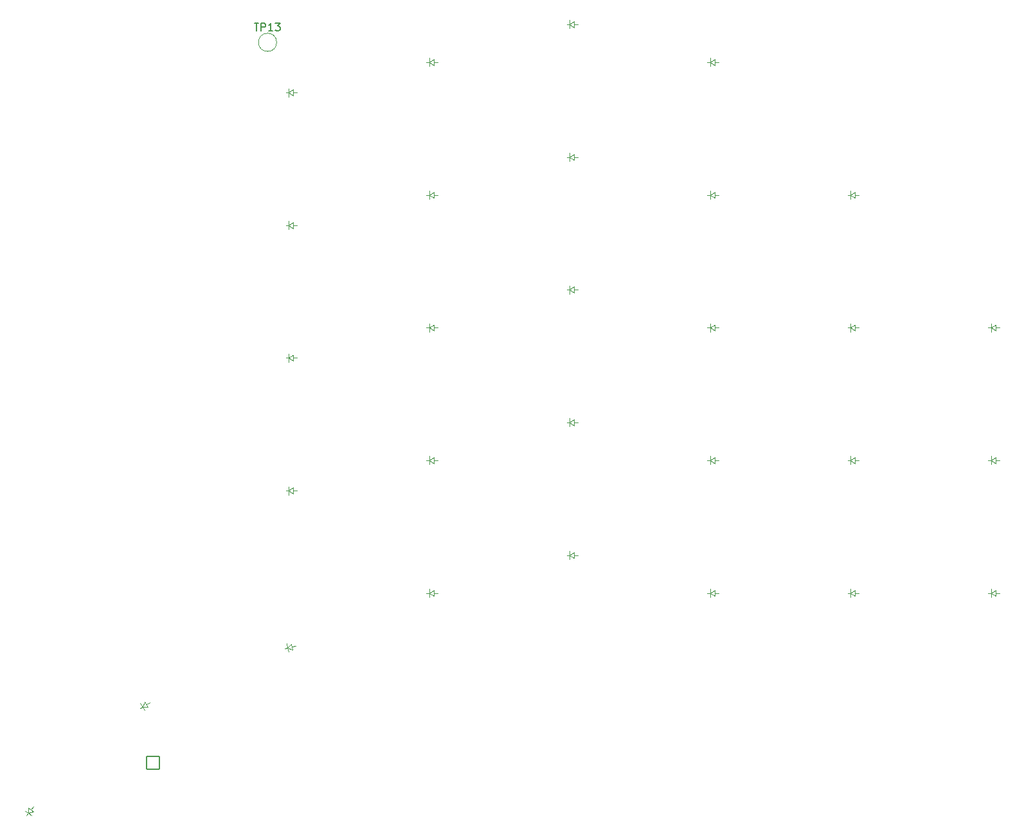
<source format=gbr>
%TF.GenerationSoftware,KiCad,Pcbnew,7.0.1*%
%TF.CreationDate,2023-03-18T23:25:57+01:00*%
%TF.ProjectId,grapto-v3w-right,67726170-746f-42d7-9633-772d72696768,v1.0.0*%
%TF.SameCoordinates,Original*%
%TF.FileFunction,Legend,Top*%
%TF.FilePolarity,Positive*%
%FSLAX46Y46*%
G04 Gerber Fmt 4.6, Leading zero omitted, Abs format (unit mm)*
G04 Created by KiCad (PCBNEW 7.0.1) date 2023-03-18 23:25:57*
%MOMM*%
%LPD*%
G01*
G04 APERTURE LIST*
G04 Aperture macros list*
%AMRoundRect*
0 Rectangle with rounded corners*
0 $1 Rounding radius*
0 $2 $3 $4 $5 $6 $7 $8 $9 X,Y pos of 4 corners*
0 Add a 4 corners polygon primitive as box body*
4,1,4,$2,$3,$4,$5,$6,$7,$8,$9,$2,$3,0*
0 Add four circle primitives for the rounded corners*
1,1,$1+$1,$2,$3*
1,1,$1+$1,$4,$5*
1,1,$1+$1,$6,$7*
1,1,$1+$1,$8,$9*
0 Add four rect primitives between the rounded corners*
20,1,$1+$1,$2,$3,$4,$5,0*
20,1,$1+$1,$4,$5,$6,$7,0*
20,1,$1+$1,$6,$7,$8,$9,0*
20,1,$1+$1,$8,$9,$2,$3,0*%
G04 Aperture macros list end*
%ADD10C,0.150000*%
%ADD11C,0.100000*%
%ADD12C,0.120000*%
%ADD13C,1.801800*%
%ADD14C,3.100000*%
%ADD15C,3.529000*%
%ADD16C,2.100000*%
%ADD17RoundRect,0.050000X-0.850000X0.850000X-0.850000X-0.850000X0.850000X-0.850000X0.850000X0.850000X0*%
%ADD18O,1.800000X1.800000*%
%ADD19C,1.000000*%
%ADD20C,0.700000*%
%ADD21C,0.750000*%
%ADD22O,1.100000X1.700000*%
%ADD23O,1.100000X2.000000*%
G04 APERTURE END LIST*
D10*
%TO.C,TP13*%
X124111905Y-109344619D02*
X124683333Y-109344619D01*
X124397619Y-110344619D02*
X124397619Y-109344619D01*
X125016667Y-110344619D02*
X125016667Y-109344619D01*
X125016667Y-109344619D02*
X125397619Y-109344619D01*
X125397619Y-109344619D02*
X125492857Y-109392238D01*
X125492857Y-109392238D02*
X125540476Y-109439857D01*
X125540476Y-109439857D02*
X125588095Y-109535095D01*
X125588095Y-109535095D02*
X125588095Y-109677952D01*
X125588095Y-109677952D02*
X125540476Y-109773190D01*
X125540476Y-109773190D02*
X125492857Y-109820809D01*
X125492857Y-109820809D02*
X125397619Y-109868428D01*
X125397619Y-109868428D02*
X125016667Y-109868428D01*
X126540476Y-110344619D02*
X125969048Y-110344619D01*
X126254762Y-110344619D02*
X126254762Y-109344619D01*
X126254762Y-109344619D02*
X126159524Y-109487476D01*
X126159524Y-109487476D02*
X126064286Y-109582714D01*
X126064286Y-109582714D02*
X125969048Y-109630333D01*
X126873810Y-109344619D02*
X127492857Y-109344619D01*
X127492857Y-109344619D02*
X127159524Y-109725571D01*
X127159524Y-109725571D02*
X127302381Y-109725571D01*
X127302381Y-109725571D02*
X127397619Y-109773190D01*
X127397619Y-109773190D02*
X127445238Y-109820809D01*
X127445238Y-109820809D02*
X127492857Y-109916047D01*
X127492857Y-109916047D02*
X127492857Y-110154142D01*
X127492857Y-110154142D02*
X127445238Y-110249380D01*
X127445238Y-110249380D02*
X127397619Y-110297000D01*
X127397619Y-110297000D02*
X127302381Y-110344619D01*
X127302381Y-110344619D02*
X127016667Y-110344619D01*
X127016667Y-110344619D02*
X126921429Y-110297000D01*
X126921429Y-110297000D02*
X126873810Y-110249380D01*
D11*
%TO.C,D43*%
X165250000Y-162000000D02*
X165650000Y-162000000D01*
X165650000Y-162000000D02*
X165650000Y-161450000D01*
X165650000Y-162000000D02*
X165650000Y-162550000D01*
X165650000Y-162000000D02*
X166250000Y-161600000D01*
X166250000Y-161600000D02*
X166250000Y-162400000D01*
X166250000Y-162000000D02*
X166750000Y-162000000D01*
X166250000Y-162400000D02*
X165650000Y-162000000D01*
%TO.C,D68*%
X183750000Y-149500000D02*
X184150000Y-149500000D01*
X184150000Y-149500000D02*
X184150000Y-148950000D01*
X184150000Y-149500000D02*
X184150000Y-150050000D01*
X184150000Y-149500000D02*
X184750000Y-149100000D01*
X184750000Y-149100000D02*
X184750000Y-149900000D01*
X184750000Y-149500000D02*
X185250000Y-149500000D01*
X184750000Y-149900000D02*
X184150000Y-149500000D01*
%TO.C,D51*%
X146750000Y-114500000D02*
X147150000Y-114500000D01*
X147150000Y-114500000D02*
X147150000Y-113950000D01*
X147150000Y-114500000D02*
X147150000Y-115050000D01*
X147150000Y-114500000D02*
X147750000Y-114100000D01*
X147750000Y-114100000D02*
X147750000Y-114900000D01*
X147750000Y-114500000D02*
X148250000Y-114500000D01*
X147750000Y-114900000D02*
X147150000Y-114500000D01*
%TO.C,D73*%
X165250000Y-144500000D02*
X165650000Y-144500000D01*
X165650000Y-144500000D02*
X165650000Y-143950000D01*
X165650000Y-144500000D02*
X165650000Y-145050000D01*
X165650000Y-144500000D02*
X166250000Y-144100000D01*
X166250000Y-144100000D02*
X166250000Y-144900000D01*
X166250000Y-144500000D02*
X166750000Y-144500000D01*
X166250000Y-144900000D02*
X165650000Y-144500000D01*
%TO.C,D78*%
X146750000Y-149500000D02*
X147150000Y-149500000D01*
X147150000Y-149500000D02*
X147150000Y-148950000D01*
X147150000Y-149500000D02*
X147150000Y-150050000D01*
X147150000Y-149500000D02*
X147750000Y-149100000D01*
X147750000Y-149100000D02*
X147750000Y-149900000D01*
X147750000Y-149500000D02*
X148250000Y-149500000D01*
X147750000Y-149900000D02*
X147150000Y-149500000D01*
%TO.C,D49*%
X146750000Y-149500000D02*
X147150000Y-149500000D01*
X147150000Y-149500000D02*
X147150000Y-148950000D01*
X147150000Y-149500000D02*
X147150000Y-150050000D01*
X147150000Y-149500000D02*
X147750000Y-149100000D01*
X147750000Y-149100000D02*
X147750000Y-149900000D01*
X147750000Y-149500000D02*
X148250000Y-149500000D01*
X147750000Y-149900000D02*
X147150000Y-149500000D01*
%TO.C,D57*%
X109064761Y-199703672D02*
X109403164Y-199490403D01*
X109403164Y-199490403D02*
X109109919Y-199025099D01*
X109403164Y-199490403D02*
X109696408Y-199955707D01*
X109403164Y-199490403D02*
X109697499Y-198832097D01*
X109697499Y-198832097D02*
X110124036Y-199508903D01*
X109910768Y-199170500D02*
X110333771Y-198903914D01*
X110124036Y-199508903D02*
X109403164Y-199490403D01*
%TO.C,D66*%
X183750000Y-184500000D02*
X184150000Y-184500000D01*
X184150000Y-184500000D02*
X184150000Y-183950000D01*
X184150000Y-184500000D02*
X184150000Y-185050000D01*
X184150000Y-184500000D02*
X184750000Y-184100000D01*
X184750000Y-184100000D02*
X184750000Y-184900000D01*
X184750000Y-184500000D02*
X185250000Y-184500000D01*
X184750000Y-184900000D02*
X184150000Y-184500000D01*
%TO.C,D62*%
X202250000Y-184500000D02*
X202650000Y-184500000D01*
X202650000Y-184500000D02*
X202650000Y-183950000D01*
X202650000Y-184500000D02*
X202650000Y-185050000D01*
X202650000Y-184500000D02*
X203250000Y-184100000D01*
X203250000Y-184100000D02*
X203250000Y-184900000D01*
X203250000Y-184500000D02*
X203750000Y-184500000D01*
X203250000Y-184900000D02*
X202650000Y-184500000D01*
%TO.C,D44*%
X165250000Y-144500000D02*
X165650000Y-144500000D01*
X165650000Y-144500000D02*
X165650000Y-143950000D01*
X165650000Y-144500000D02*
X165650000Y-145050000D01*
X165650000Y-144500000D02*
X166250000Y-144100000D01*
X166250000Y-144100000D02*
X166250000Y-144900000D01*
X166250000Y-144500000D02*
X166750000Y-144500000D01*
X166250000Y-144900000D02*
X165650000Y-144500000D01*
%TO.C,D37*%
X183750000Y-184500000D02*
X184150000Y-184500000D01*
X184150000Y-184500000D02*
X184150000Y-183950000D01*
X184150000Y-184500000D02*
X184150000Y-185050000D01*
X184150000Y-184500000D02*
X184750000Y-184100000D01*
X184750000Y-184100000D02*
X184750000Y-184900000D01*
X184750000Y-184500000D02*
X185250000Y-184500000D01*
X184750000Y-184900000D02*
X184150000Y-184500000D01*
%TO.C,D54*%
X128250000Y-136000000D02*
X128650000Y-136000000D01*
X128650000Y-136000000D02*
X128650000Y-135450000D01*
X128650000Y-136000000D02*
X128650000Y-136550000D01*
X128650000Y-136000000D02*
X129250000Y-135600000D01*
X129250000Y-135600000D02*
X129250000Y-136400000D01*
X129250000Y-136000000D02*
X129750000Y-136000000D01*
X129250000Y-136400000D02*
X128650000Y-136000000D01*
%TO.C,D69*%
X183750000Y-132000000D02*
X184150000Y-132000000D01*
X184150000Y-132000000D02*
X184150000Y-131450000D01*
X184150000Y-132000000D02*
X184150000Y-132550000D01*
X184150000Y-132000000D02*
X184750000Y-131600000D01*
X184750000Y-131600000D02*
X184750000Y-132400000D01*
X184750000Y-132000000D02*
X185250000Y-132000000D01*
X184750000Y-132400000D02*
X184150000Y-132000000D01*
%TO.C,D71*%
X165250000Y-179500000D02*
X165650000Y-179500000D01*
X165650000Y-179500000D02*
X165650000Y-178950000D01*
X165650000Y-179500000D02*
X165650000Y-180050000D01*
X165650000Y-179500000D02*
X166250000Y-179100000D01*
X166250000Y-179100000D02*
X166250000Y-179900000D01*
X166250000Y-179500000D02*
X166750000Y-179500000D01*
X166250000Y-179900000D02*
X165650000Y-179500000D01*
%TO.C,D33*%
X202250000Y-184500000D02*
X202650000Y-184500000D01*
X202650000Y-184500000D02*
X202650000Y-183950000D01*
X202650000Y-184500000D02*
X202650000Y-185050000D01*
X202650000Y-184500000D02*
X203250000Y-184100000D01*
X203250000Y-184100000D02*
X203250000Y-184900000D01*
X203250000Y-184500000D02*
X203750000Y-184500000D01*
X203250000Y-184900000D02*
X202650000Y-184500000D01*
%TO.C,D82*%
X128250000Y-153500000D02*
X128650000Y-153500000D01*
X128650000Y-153500000D02*
X128650000Y-152950000D01*
X128650000Y-153500000D02*
X128650000Y-154050000D01*
X128650000Y-153500000D02*
X129250000Y-153100000D01*
X129250000Y-153100000D02*
X129250000Y-153900000D01*
X129250000Y-153500000D02*
X129750000Y-153500000D01*
X129250000Y-153900000D02*
X128650000Y-153500000D01*
%TO.C,D86*%
X109064761Y-199703672D02*
X109403164Y-199490403D01*
X109403164Y-199490403D02*
X109109919Y-199025099D01*
X109403164Y-199490403D02*
X109696408Y-199955707D01*
X109403164Y-199490403D02*
X109697499Y-198832097D01*
X109697499Y-198832097D02*
X110124036Y-199508903D01*
X109910768Y-199170500D02*
X110333771Y-198903914D01*
X110124036Y-199508903D02*
X109403164Y-199490403D01*
%TO.C,D83*%
X128250000Y-136000000D02*
X128650000Y-136000000D01*
X128650000Y-136000000D02*
X128650000Y-135450000D01*
X128650000Y-136000000D02*
X128650000Y-136550000D01*
X128650000Y-136000000D02*
X129250000Y-135600000D01*
X129250000Y-135600000D02*
X129250000Y-136400000D01*
X129250000Y-136000000D02*
X129750000Y-136000000D01*
X129250000Y-136400000D02*
X128650000Y-136000000D01*
%TO.C,D63*%
X202250000Y-167000000D02*
X202650000Y-167000000D01*
X202650000Y-167000000D02*
X202650000Y-166450000D01*
X202650000Y-167000000D02*
X202650000Y-167550000D01*
X202650000Y-167000000D02*
X203250000Y-166600000D01*
X203250000Y-166600000D02*
X203250000Y-167400000D01*
X203250000Y-167000000D02*
X203750000Y-167000000D01*
X203250000Y-167400000D02*
X202650000Y-167000000D01*
%TO.C,D58*%
X94072334Y-213846600D02*
X94313394Y-213527398D01*
X94313394Y-213527398D02*
X93874491Y-213195940D01*
X94313394Y-213527398D02*
X94752297Y-213858856D01*
X94313394Y-213527398D02*
X94355783Y-212807534D01*
X94355783Y-212807534D02*
X94994187Y-213289655D01*
X94674985Y-213048595D02*
X94976310Y-212649592D01*
X94994187Y-213289655D02*
X94313394Y-213527398D01*
%TO.C,D55*%
X128250000Y-118500000D02*
X128650000Y-118500000D01*
X128650000Y-118500000D02*
X128650000Y-117950000D01*
X128650000Y-118500000D02*
X128650000Y-119050000D01*
X128650000Y-118500000D02*
X129250000Y-118100000D01*
X129250000Y-118100000D02*
X129250000Y-118900000D01*
X129250000Y-118500000D02*
X129750000Y-118500000D01*
X129250000Y-118900000D02*
X128650000Y-118500000D01*
%TO.C,D64*%
X202250000Y-149500000D02*
X202650000Y-149500000D01*
X202650000Y-149500000D02*
X202650000Y-148950000D01*
X202650000Y-149500000D02*
X202650000Y-150050000D01*
X202650000Y-149500000D02*
X203250000Y-149100000D01*
X203250000Y-149100000D02*
X203250000Y-149900000D01*
X203250000Y-149500000D02*
X203750000Y-149500000D01*
X203250000Y-149900000D02*
X202650000Y-149500000D01*
%TO.C,D41*%
X183750000Y-114500000D02*
X184150000Y-114500000D01*
X184150000Y-114500000D02*
X184150000Y-113950000D01*
X184150000Y-114500000D02*
X184150000Y-115050000D01*
X184150000Y-114500000D02*
X184750000Y-114100000D01*
X184750000Y-114100000D02*
X184750000Y-114900000D01*
X184750000Y-114500000D02*
X185250000Y-114500000D01*
X184750000Y-114900000D02*
X184150000Y-114500000D01*
%TO.C,D52*%
X128250000Y-171000000D02*
X128650000Y-171000000D01*
X128650000Y-171000000D02*
X128650000Y-170450000D01*
X128650000Y-171000000D02*
X128650000Y-171550000D01*
X128650000Y-171000000D02*
X129250000Y-170600000D01*
X129250000Y-170600000D02*
X129250000Y-171400000D01*
X129250000Y-171000000D02*
X129750000Y-171000000D01*
X129250000Y-171400000D02*
X128650000Y-171000000D01*
%TO.C,D39*%
X183750000Y-149500000D02*
X184150000Y-149500000D01*
X184150000Y-149500000D02*
X184150000Y-148950000D01*
X184150000Y-149500000D02*
X184150000Y-150050000D01*
X184150000Y-149500000D02*
X184750000Y-149100000D01*
X184750000Y-149100000D02*
X184750000Y-149900000D01*
X184750000Y-149500000D02*
X185250000Y-149500000D01*
X184750000Y-149900000D02*
X184150000Y-149500000D01*
%TO.C,D45*%
X165250000Y-127000000D02*
X165650000Y-127000000D01*
X165650000Y-127000000D02*
X165650000Y-126450000D01*
X165650000Y-127000000D02*
X165650000Y-127550000D01*
X165650000Y-127000000D02*
X166250000Y-126600000D01*
X166250000Y-126600000D02*
X166250000Y-127400000D01*
X166250000Y-127000000D02*
X166750000Y-127000000D01*
X166250000Y-127400000D02*
X165650000Y-127000000D01*
%TO.C,D50*%
X146750000Y-132000000D02*
X147150000Y-132000000D01*
X147150000Y-132000000D02*
X147150000Y-131450000D01*
X147150000Y-132000000D02*
X147150000Y-132550000D01*
X147150000Y-132000000D02*
X147750000Y-131600000D01*
X147750000Y-131600000D02*
X147750000Y-132400000D01*
X147750000Y-132000000D02*
X148250000Y-132000000D01*
X147750000Y-132400000D02*
X147150000Y-132000000D01*
%TO.C,D60*%
X220750000Y-167000000D02*
X221150000Y-167000000D01*
X221150000Y-167000000D02*
X221150000Y-166450000D01*
X221150000Y-167000000D02*
X221150000Y-167550000D01*
X221150000Y-167000000D02*
X221750000Y-166600000D01*
X221750000Y-166600000D02*
X221750000Y-167400000D01*
X221750000Y-167000000D02*
X222250000Y-167000000D01*
X221750000Y-167400000D02*
X221150000Y-167000000D01*
%TO.C,D59*%
X220750000Y-184500000D02*
X221150000Y-184500000D01*
X221150000Y-184500000D02*
X221150000Y-183950000D01*
X221150000Y-184500000D02*
X221150000Y-185050000D01*
X221150000Y-184500000D02*
X221750000Y-184100000D01*
X221750000Y-184100000D02*
X221750000Y-184900000D01*
X221750000Y-184500000D02*
X222250000Y-184500000D01*
X221750000Y-184900000D02*
X221150000Y-184500000D01*
%TO.C,D53*%
X128250000Y-153500000D02*
X128650000Y-153500000D01*
X128650000Y-153500000D02*
X128650000Y-152950000D01*
X128650000Y-153500000D02*
X128650000Y-154050000D01*
X128650000Y-153500000D02*
X129250000Y-153100000D01*
X129250000Y-153100000D02*
X129250000Y-153900000D01*
X129250000Y-153500000D02*
X129750000Y-153500000D01*
X129250000Y-153900000D02*
X128650000Y-153500000D01*
%TO.C,D42*%
X165250000Y-179500000D02*
X165650000Y-179500000D01*
X165650000Y-179500000D02*
X165650000Y-178950000D01*
X165650000Y-179500000D02*
X165650000Y-180050000D01*
X165650000Y-179500000D02*
X166250000Y-179100000D01*
X166250000Y-179100000D02*
X166250000Y-179900000D01*
X166250000Y-179500000D02*
X166750000Y-179500000D01*
X166250000Y-179900000D02*
X165650000Y-179500000D01*
%TO.C,D65*%
X202250000Y-132000000D02*
X202650000Y-132000000D01*
X202650000Y-132000000D02*
X202650000Y-131450000D01*
X202650000Y-132000000D02*
X202650000Y-132550000D01*
X202650000Y-132000000D02*
X203250000Y-131600000D01*
X203250000Y-131600000D02*
X203250000Y-132400000D01*
X203250000Y-132000000D02*
X203750000Y-132000000D01*
X203250000Y-132400000D02*
X202650000Y-132000000D01*
%TO.C,D76*%
X146750000Y-184500000D02*
X147150000Y-184500000D01*
X147150000Y-184500000D02*
X147150000Y-183950000D01*
X147150000Y-184500000D02*
X147150000Y-185050000D01*
X147150000Y-184500000D02*
X147750000Y-184100000D01*
X147750000Y-184100000D02*
X147750000Y-184900000D01*
X147750000Y-184500000D02*
X148250000Y-184500000D01*
X147750000Y-184900000D02*
X147150000Y-184500000D01*
%TO.C,D84*%
X128250000Y-118500000D02*
X128650000Y-118500000D01*
X128650000Y-118500000D02*
X128650000Y-117950000D01*
X128650000Y-118500000D02*
X128650000Y-119050000D01*
X128650000Y-118500000D02*
X129250000Y-118100000D01*
X129250000Y-118100000D02*
X129250000Y-118900000D01*
X129250000Y-118500000D02*
X129750000Y-118500000D01*
X129250000Y-118900000D02*
X128650000Y-118500000D01*
%TO.C,D79*%
X146750000Y-132000000D02*
X147150000Y-132000000D01*
X147150000Y-132000000D02*
X147150000Y-131450000D01*
X147150000Y-132000000D02*
X147150000Y-132550000D01*
X147150000Y-132000000D02*
X147750000Y-131600000D01*
X147750000Y-131600000D02*
X147750000Y-132400000D01*
X147750000Y-132000000D02*
X148250000Y-132000000D01*
X147750000Y-132400000D02*
X147150000Y-132000000D01*
%TO.C,D48*%
X146750000Y-167000000D02*
X147150000Y-167000000D01*
X147150000Y-167000000D02*
X147150000Y-166450000D01*
X147150000Y-167000000D02*
X147150000Y-167550000D01*
X147150000Y-167000000D02*
X147750000Y-166600000D01*
X147750000Y-166600000D02*
X147750000Y-167400000D01*
X147750000Y-167000000D02*
X148250000Y-167000000D01*
X147750000Y-167400000D02*
X147150000Y-167000000D01*
%TO.C,D35*%
X202250000Y-149500000D02*
X202650000Y-149500000D01*
X202650000Y-149500000D02*
X202650000Y-148950000D01*
X202650000Y-149500000D02*
X202650000Y-150050000D01*
X202650000Y-149500000D02*
X203250000Y-149100000D01*
X203250000Y-149100000D02*
X203250000Y-149900000D01*
X203250000Y-149500000D02*
X203750000Y-149500000D01*
X203250000Y-149900000D02*
X202650000Y-149500000D01*
%TO.C,D72*%
X165250000Y-162000000D02*
X165650000Y-162000000D01*
X165650000Y-162000000D02*
X165650000Y-161450000D01*
X165650000Y-162000000D02*
X165650000Y-162550000D01*
X165650000Y-162000000D02*
X166250000Y-161600000D01*
X166250000Y-161600000D02*
X166250000Y-162400000D01*
X166250000Y-162000000D02*
X166750000Y-162000000D01*
X166250000Y-162400000D02*
X165650000Y-162000000D01*
%TO.C,D67*%
X183750000Y-167000000D02*
X184150000Y-167000000D01*
X184150000Y-167000000D02*
X184150000Y-166450000D01*
X184150000Y-167000000D02*
X184150000Y-167550000D01*
X184150000Y-167000000D02*
X184750000Y-166600000D01*
X184750000Y-166600000D02*
X184750000Y-167400000D01*
X184750000Y-167000000D02*
X185250000Y-167000000D01*
X184750000Y-167400000D02*
X184150000Y-167000000D01*
%TO.C,D34*%
X202250000Y-167000000D02*
X202650000Y-167000000D01*
X202650000Y-167000000D02*
X202650000Y-166450000D01*
X202650000Y-167000000D02*
X202650000Y-167550000D01*
X202650000Y-167000000D02*
X203250000Y-166600000D01*
X203250000Y-166600000D02*
X203250000Y-167400000D01*
X203250000Y-167000000D02*
X203750000Y-167000000D01*
X203250000Y-167400000D02*
X202650000Y-167000000D01*
%TO.C,D70*%
X183750000Y-114500000D02*
X184150000Y-114500000D01*
X184150000Y-114500000D02*
X184150000Y-113950000D01*
X184150000Y-114500000D02*
X184150000Y-115050000D01*
X184150000Y-114500000D02*
X184750000Y-114100000D01*
X184750000Y-114100000D02*
X184750000Y-114900000D01*
X184750000Y-114500000D02*
X185250000Y-114500000D01*
X184750000Y-114900000D02*
X184150000Y-114500000D01*
%TO.C,D40*%
X183750000Y-132000000D02*
X184150000Y-132000000D01*
X184150000Y-132000000D02*
X184150000Y-131450000D01*
X184150000Y-132000000D02*
X184150000Y-132550000D01*
X184150000Y-132000000D02*
X184750000Y-131600000D01*
X184750000Y-131600000D02*
X184750000Y-132400000D01*
X184750000Y-132000000D02*
X185250000Y-132000000D01*
X184750000Y-132400000D02*
X184150000Y-132000000D01*
%TO.C,D80*%
X146750000Y-114500000D02*
X147150000Y-114500000D01*
X147150000Y-114500000D02*
X147150000Y-113950000D01*
X147150000Y-114500000D02*
X147150000Y-115050000D01*
X147150000Y-114500000D02*
X147750000Y-114100000D01*
X147750000Y-114100000D02*
X147750000Y-114900000D01*
X147750000Y-114500000D02*
X148250000Y-114500000D01*
X147750000Y-114900000D02*
X147150000Y-114500000D01*
%TO.C,D36*%
X202250000Y-132000000D02*
X202650000Y-132000000D01*
X202650000Y-132000000D02*
X202650000Y-131450000D01*
X202650000Y-132000000D02*
X202650000Y-132550000D01*
X202650000Y-132000000D02*
X203250000Y-131600000D01*
X203250000Y-131600000D02*
X203250000Y-132400000D01*
X203250000Y-132000000D02*
X203750000Y-132000000D01*
X203250000Y-132400000D02*
X202650000Y-132000000D01*
%TO.C,D75*%
X165250000Y-109500000D02*
X165650000Y-109500000D01*
X165650000Y-109500000D02*
X165650000Y-108950000D01*
X165650000Y-109500000D02*
X165650000Y-110050000D01*
X165650000Y-109500000D02*
X166250000Y-109100000D01*
X166250000Y-109100000D02*
X166250000Y-109900000D01*
X166250000Y-109500000D02*
X166750000Y-109500000D01*
X166250000Y-109900000D02*
X165650000Y-109500000D01*
%TO.C,D74*%
X165250000Y-127000000D02*
X165650000Y-127000000D01*
X165650000Y-127000000D02*
X165650000Y-126450000D01*
X165650000Y-127000000D02*
X165650000Y-127550000D01*
X165650000Y-127000000D02*
X166250000Y-126600000D01*
X166250000Y-126600000D02*
X166250000Y-127400000D01*
X166250000Y-127000000D02*
X166750000Y-127000000D01*
X166250000Y-127400000D02*
X165650000Y-127000000D01*
%TO.C,D85*%
X128091273Y-191779841D02*
X128483243Y-191700094D01*
X128483243Y-191700094D02*
X128373591Y-191161135D01*
X128483243Y-191700094D02*
X128592896Y-192239052D01*
X128483243Y-191700094D02*
X128991451Y-191188503D01*
X128991451Y-191188503D02*
X129150945Y-191972443D01*
X129071198Y-191580473D02*
X129561161Y-191480789D01*
X129150945Y-191972443D02*
X128483243Y-191700094D01*
%TO.C,D87*%
X94072334Y-213846600D02*
X94313394Y-213527398D01*
X94313394Y-213527398D02*
X93874491Y-213195940D01*
X94313394Y-213527398D02*
X94752297Y-213858856D01*
X94313394Y-213527398D02*
X94355783Y-212807534D01*
X94355783Y-212807534D02*
X94994187Y-213289655D01*
X94674985Y-213048595D02*
X94976310Y-212649592D01*
X94994187Y-213289655D02*
X94313394Y-213527398D01*
%TO.C,D56*%
X128091273Y-191779841D02*
X128483243Y-191700094D01*
X128483243Y-191700094D02*
X128373591Y-191161135D01*
X128483243Y-191700094D02*
X128592896Y-192239052D01*
X128483243Y-191700094D02*
X128991451Y-191188503D01*
X128991451Y-191188503D02*
X129150945Y-191972443D01*
X129071198Y-191580473D02*
X129561161Y-191480789D01*
X129150945Y-191972443D02*
X128483243Y-191700094D01*
%TO.C,D61*%
X220750000Y-149500000D02*
X221150000Y-149500000D01*
X221150000Y-149500000D02*
X221150000Y-148950000D01*
X221150000Y-149500000D02*
X221150000Y-150050000D01*
X221150000Y-149500000D02*
X221750000Y-149100000D01*
X221750000Y-149100000D02*
X221750000Y-149900000D01*
X221750000Y-149500000D02*
X222250000Y-149500000D01*
X221750000Y-149900000D02*
X221150000Y-149500000D01*
%TO.C,D47*%
X146750000Y-184500000D02*
X147150000Y-184500000D01*
X147150000Y-184500000D02*
X147150000Y-183950000D01*
X147150000Y-184500000D02*
X147150000Y-185050000D01*
X147150000Y-184500000D02*
X147750000Y-184100000D01*
X147750000Y-184100000D02*
X147750000Y-184900000D01*
X147750000Y-184500000D02*
X148250000Y-184500000D01*
X147750000Y-184900000D02*
X147150000Y-184500000D01*
%TO.C,D77*%
X146750000Y-167000000D02*
X147150000Y-167000000D01*
X147150000Y-167000000D02*
X147150000Y-166450000D01*
X147150000Y-167000000D02*
X147150000Y-167550000D01*
X147150000Y-167000000D02*
X147750000Y-166600000D01*
X147750000Y-166600000D02*
X147750000Y-167400000D01*
X147750000Y-167000000D02*
X148250000Y-167000000D01*
X147750000Y-167400000D02*
X147150000Y-167000000D01*
%TO.C,D46*%
X165250000Y-109500000D02*
X165650000Y-109500000D01*
X165650000Y-109500000D02*
X165650000Y-108950000D01*
X165650000Y-109500000D02*
X165650000Y-110050000D01*
X165650000Y-109500000D02*
X166250000Y-109100000D01*
X166250000Y-109100000D02*
X166250000Y-109900000D01*
X166250000Y-109500000D02*
X166750000Y-109500000D01*
X166250000Y-109900000D02*
X165650000Y-109500000D01*
%TO.C,D38*%
X183750000Y-167000000D02*
X184150000Y-167000000D01*
X184150000Y-167000000D02*
X184150000Y-166450000D01*
X184150000Y-167000000D02*
X184150000Y-167550000D01*
X184150000Y-167000000D02*
X184750000Y-166600000D01*
X184750000Y-166600000D02*
X184750000Y-167400000D01*
X184750000Y-167000000D02*
X185250000Y-167000000D01*
X184750000Y-167400000D02*
X184150000Y-167000000D01*
D12*
%TO.C,TP13*%
X127050000Y-111880000D02*
G75*
G03*
X127050000Y-111880000I-1200000J0D01*
G01*
D11*
%TO.C,D81*%
X128250000Y-171000000D02*
X128650000Y-171000000D01*
X128650000Y-171000000D02*
X128650000Y-170450000D01*
X128650000Y-171000000D02*
X128650000Y-171550000D01*
X128650000Y-171000000D02*
X129250000Y-170600000D01*
X129250000Y-170600000D02*
X129250000Y-171400000D01*
X129250000Y-171000000D02*
X129750000Y-171000000D01*
X129250000Y-171400000D02*
X128650000Y-171000000D01*
%TD*%
%LPC*%
D13*
%TO.C,S64*%
X197500000Y-145000000D03*
D14*
X203000000Y-139050000D03*
D15*
X203000000Y-145000000D03*
D14*
X208000000Y-141250000D03*
D13*
X208500000Y-145000000D03*
%TD*%
%TO.C,S32*%
X216000000Y-145000000D03*
D14*
X221500000Y-139050000D03*
D15*
X221500000Y-145000000D03*
D14*
X226500000Y-141250000D03*
D13*
X227000000Y-145000000D03*
%TD*%
%TO.C,S45*%
X160500000Y-122500000D03*
D14*
X166000000Y-116550000D03*
D15*
X166000000Y-122500000D03*
D14*
X171000000Y-118750000D03*
D13*
X171500000Y-122500000D03*
%TD*%
%TO.C,S76*%
X142000000Y-180000000D03*
D14*
X147500000Y-174050000D03*
D15*
X147500000Y-180000000D03*
D14*
X152500000Y-176250000D03*
D13*
X153000000Y-180000000D03*
%TD*%
%TO.C,S51*%
X142000000Y-110000000D03*
D14*
X147500000Y-104050000D03*
D15*
X147500000Y-110000000D03*
D14*
X152500000Y-106250000D03*
D13*
X153000000Y-110000000D03*
%TD*%
%TO.C,S52*%
X123500000Y-166500000D03*
D14*
X129000000Y-160550000D03*
D15*
X129000000Y-166500000D03*
D14*
X134000000Y-162750000D03*
D13*
X134500000Y-166500000D03*
%TD*%
%TO.C,S79*%
X142000000Y-127500000D03*
D14*
X147500000Y-121550000D03*
D15*
X147500000Y-127500000D03*
D14*
X152500000Y-123750000D03*
D13*
X153000000Y-127500000D03*
%TD*%
%TO.C,S70*%
X179000000Y-110000000D03*
D14*
X184500000Y-104050000D03*
D15*
X184500000Y-110000000D03*
D14*
X189500000Y-106250000D03*
D13*
X190000000Y-110000000D03*
%TD*%
%TO.C,S87*%
X87618719Y-214925194D03*
D14*
X86185171Y-206950393D03*
D15*
X90933300Y-210536167D03*
D14*
X90954037Y-204286201D03*
D13*
X94247881Y-206147140D03*
%TD*%
%TO.C,S61*%
X216000000Y-145000000D03*
D14*
X221500000Y-139050000D03*
D15*
X221500000Y-145000000D03*
D14*
X226500000Y-141250000D03*
D13*
X227000000Y-145000000D03*
%TD*%
%TO.C,S72*%
X160500000Y-157500000D03*
D14*
X166000000Y-151550000D03*
D15*
X166000000Y-157500000D03*
D14*
X171000000Y-153750000D03*
D13*
X171500000Y-157500000D03*
%TD*%
%TO.C,S47*%
X142000000Y-180000000D03*
D14*
X147500000Y-174050000D03*
D15*
X147500000Y-180000000D03*
D14*
X152500000Y-176250000D03*
D13*
X153000000Y-180000000D03*
%TD*%
%TO.C,S84*%
X123500000Y-114000000D03*
D14*
X129000000Y-108050000D03*
D15*
X129000000Y-114000000D03*
D14*
X134000000Y-110250000D03*
D13*
X134500000Y-114000000D03*
%TD*%
%TO.C,S33*%
X197500000Y-180000000D03*
D14*
X203000000Y-174050000D03*
D15*
X203000000Y-180000000D03*
D14*
X208000000Y-176250000D03*
D13*
X208500000Y-180000000D03*
%TD*%
%TO.C,S40*%
X179000000Y-127500000D03*
D14*
X184500000Y-121550000D03*
D15*
X184500000Y-127500000D03*
D14*
X189500000Y-123750000D03*
D13*
X190000000Y-127500000D03*
%TD*%
%TO.C,S85*%
X122539476Y-188317177D03*
D14*
X126742823Y-181390101D03*
D15*
X127929062Y-187220653D03*
D14*
X132081056Y-182549096D03*
D13*
X133318648Y-186124129D03*
%TD*%
%TO.C,S38*%
X179000000Y-162500000D03*
D14*
X184500000Y-156550000D03*
D15*
X184500000Y-162500000D03*
D14*
X189500000Y-158750000D03*
D13*
X190000000Y-162500000D03*
%TD*%
%TO.C,S82*%
X123500000Y-149000000D03*
D14*
X129000000Y-143050000D03*
D15*
X129000000Y-149000000D03*
D14*
X134000000Y-145250000D03*
D13*
X134500000Y-149000000D03*
%TD*%
%TO.C,S36*%
X197500000Y-127500000D03*
D14*
X203000000Y-121550000D03*
D15*
X203000000Y-127500000D03*
D14*
X208000000Y-123750000D03*
D13*
X208500000Y-127500000D03*
%TD*%
%TO.C,S67*%
X179000000Y-162500000D03*
D14*
X184500000Y-156550000D03*
D15*
X184500000Y-162500000D03*
D14*
X189500000Y-158750000D03*
D13*
X190000000Y-162500000D03*
%TD*%
%TO.C,S78*%
X142000000Y-145000000D03*
D14*
X147500000Y-139050000D03*
D15*
X147500000Y-145000000D03*
D14*
X152500000Y-141250000D03*
D13*
X153000000Y-145000000D03*
%TD*%
%TO.C,S50*%
X142000000Y-127500000D03*
D14*
X147500000Y-121550000D03*
D15*
X147500000Y-127500000D03*
D14*
X152500000Y-123750000D03*
D13*
X153000000Y-127500000D03*
%TD*%
%TO.C,S37*%
X179000000Y-180000000D03*
D14*
X184500000Y-174050000D03*
D15*
X184500000Y-180000000D03*
D14*
X189500000Y-176250000D03*
D13*
X190000000Y-180000000D03*
%TD*%
%TO.C,S49*%
X142000000Y-145000000D03*
D14*
X147500000Y-139050000D03*
D15*
X147500000Y-145000000D03*
D14*
X152500000Y-141250000D03*
D13*
X153000000Y-145000000D03*
%TD*%
%TO.C,S83*%
X123500000Y-131500000D03*
D14*
X129000000Y-125550000D03*
D15*
X129000000Y-131500000D03*
D14*
X134000000Y-127750000D03*
D13*
X134500000Y-131500000D03*
%TD*%
%TO.C,S39*%
X179000000Y-145000000D03*
D14*
X184500000Y-139050000D03*
D15*
X184500000Y-145000000D03*
D14*
X189500000Y-141250000D03*
D13*
X190000000Y-145000000D03*
%TD*%
%TO.C,S60*%
X216000000Y-162500000D03*
D14*
X221500000Y-156550000D03*
D15*
X221500000Y-162500000D03*
D14*
X226500000Y-158750000D03*
D13*
X227000000Y-162500000D03*
%TD*%
%TO.C,S42*%
X160500000Y-175000000D03*
D14*
X166000000Y-169050000D03*
D15*
X166000000Y-175000000D03*
D14*
X171000000Y-171250000D03*
D13*
X171500000Y-175000000D03*
%TD*%
%TO.C,S62*%
X197500000Y-180000000D03*
D14*
X203000000Y-174050000D03*
D15*
X203000000Y-180000000D03*
D14*
X208000000Y-176250000D03*
D13*
X208500000Y-180000000D03*
%TD*%
%TO.C,S66*%
X179000000Y-180000000D03*
D14*
X184500000Y-174050000D03*
D15*
X184500000Y-180000000D03*
D14*
X189500000Y-176250000D03*
D13*
X190000000Y-180000000D03*
%TD*%
%TO.C,S73*%
X160500000Y-140000000D03*
D14*
X166000000Y-134050000D03*
D15*
X166000000Y-140000000D03*
D14*
X171000000Y-136250000D03*
D13*
X171500000Y-140000000D03*
%TD*%
%TO.C,S57*%
X102646955Y-198429205D03*
D14*
X104127623Y-190463019D03*
D15*
X107299994Y-195496761D03*
D14*
X109530636Y-189658376D03*
D13*
X111953033Y-192564317D03*
%TD*%
%TO.C,S55*%
X123500000Y-114000000D03*
D14*
X129000000Y-108050000D03*
D15*
X129000000Y-114000000D03*
D14*
X134000000Y-110250000D03*
D13*
X134500000Y-114000000D03*
%TD*%
%TO.C,S58*%
X87618719Y-214925194D03*
D14*
X86185171Y-206950393D03*
D15*
X90933300Y-210536167D03*
D14*
X90954037Y-204286201D03*
D13*
X94247881Y-206147140D03*
%TD*%
%TO.C,S44*%
X160500000Y-140000000D03*
D14*
X166000000Y-134050000D03*
D15*
X166000000Y-140000000D03*
D14*
X171000000Y-136250000D03*
D13*
X171500000Y-140000000D03*
%TD*%
%TO.C,S56*%
X122539476Y-188317177D03*
D14*
X126742823Y-181390101D03*
D15*
X127929062Y-187220653D03*
D14*
X132081056Y-182549096D03*
D13*
X133318648Y-186124129D03*
%TD*%
%TO.C,S31*%
X216000000Y-162500000D03*
D14*
X221500000Y-156550000D03*
D15*
X221500000Y-162500000D03*
D14*
X226500000Y-158750000D03*
D13*
X227000000Y-162500000D03*
%TD*%
%TO.C,S59*%
X216000000Y-180000000D03*
D14*
X221500000Y-174050000D03*
D15*
X221500000Y-180000000D03*
D14*
X226500000Y-176250000D03*
D13*
X227000000Y-180000000D03*
%TD*%
%TO.C,S81*%
X123500000Y-166500000D03*
D14*
X129000000Y-160550000D03*
D15*
X129000000Y-166500000D03*
D14*
X134000000Y-162750000D03*
D13*
X134500000Y-166500000D03*
%TD*%
%TO.C,S86*%
X102646955Y-198429205D03*
D14*
X104127623Y-190463019D03*
D15*
X107299994Y-195496761D03*
D14*
X109530636Y-189658376D03*
D13*
X111953033Y-192564317D03*
%TD*%
%TO.C,S46*%
X160500000Y-105000000D03*
D14*
X166000000Y-99050000D03*
D15*
X166000000Y-105000000D03*
D14*
X171000000Y-101250000D03*
D13*
X171500000Y-105000000D03*
%TD*%
%TO.C,S54*%
X123500000Y-131500000D03*
D14*
X129000000Y-125550000D03*
D15*
X129000000Y-131500000D03*
D14*
X134000000Y-127750000D03*
D13*
X134500000Y-131500000D03*
%TD*%
%TO.C,S68*%
X179000000Y-145000000D03*
D14*
X184500000Y-139050000D03*
D15*
X184500000Y-145000000D03*
D14*
X189500000Y-141250000D03*
D13*
X190000000Y-145000000D03*
%TD*%
%TO.C,S80*%
X142000000Y-110000000D03*
D14*
X147500000Y-104050000D03*
D15*
X147500000Y-110000000D03*
D14*
X152500000Y-106250000D03*
D13*
X153000000Y-110000000D03*
%TD*%
%TO.C,S77*%
X142000000Y-162500000D03*
D14*
X147500000Y-156550000D03*
D15*
X147500000Y-162500000D03*
D14*
X152500000Y-158750000D03*
D13*
X153000000Y-162500000D03*
%TD*%
%TO.C,S30*%
X216000000Y-180000000D03*
D14*
X221500000Y-174050000D03*
D15*
X221500000Y-180000000D03*
D14*
X226500000Y-176250000D03*
D13*
X227000000Y-180000000D03*
%TD*%
%TO.C,S65*%
X197500000Y-127500000D03*
D14*
X203000000Y-121550000D03*
D15*
X203000000Y-127500000D03*
D14*
X208000000Y-123750000D03*
D13*
X208500000Y-127500000D03*
%TD*%
%TO.C,S71*%
X160500000Y-175000000D03*
D14*
X166000000Y-169050000D03*
D15*
X166000000Y-175000000D03*
D14*
X171000000Y-171250000D03*
D13*
X171500000Y-175000000D03*
%TD*%
%TO.C,S74*%
X160500000Y-122500000D03*
D14*
X166000000Y-116550000D03*
D15*
X166000000Y-122500000D03*
D14*
X171000000Y-118750000D03*
D13*
X171500000Y-122500000D03*
%TD*%
%TO.C,S75*%
X160500000Y-105000000D03*
D14*
X166000000Y-99050000D03*
D15*
X166000000Y-105000000D03*
D14*
X171000000Y-101250000D03*
D13*
X171500000Y-105000000D03*
%TD*%
%TO.C,S69*%
X179000000Y-127500000D03*
D14*
X184500000Y-121550000D03*
D15*
X184500000Y-127500000D03*
D14*
X189500000Y-123750000D03*
D13*
X190000000Y-127500000D03*
%TD*%
%TO.C,S34*%
X197500000Y-162500000D03*
D14*
X203000000Y-156550000D03*
D15*
X203000000Y-162500000D03*
D14*
X208000000Y-158750000D03*
D13*
X208500000Y-162500000D03*
%TD*%
%TO.C,S35*%
X197500000Y-145000000D03*
D14*
X203000000Y-139050000D03*
D15*
X203000000Y-145000000D03*
D14*
X208000000Y-141250000D03*
D13*
X208500000Y-145000000D03*
%TD*%
%TO.C,S48*%
X142000000Y-162500000D03*
D14*
X147500000Y-156550000D03*
D15*
X147500000Y-162500000D03*
D14*
X152500000Y-158750000D03*
D13*
X153000000Y-162500000D03*
%TD*%
%TO.C,S53*%
X123500000Y-149000000D03*
D14*
X129000000Y-143050000D03*
D15*
X129000000Y-149000000D03*
D14*
X134000000Y-145250000D03*
D13*
X134500000Y-149000000D03*
%TD*%
D16*
%TO.C,TP13*%
X125850000Y-111880000D03*
%TD*%
D13*
%TO.C,S43*%
X160500000Y-157500000D03*
D14*
X166000000Y-151550000D03*
D15*
X166000000Y-157500000D03*
D14*
X171000000Y-153750000D03*
D13*
X171500000Y-157500000D03*
%TD*%
%TO.C,S41*%
X179000000Y-110000000D03*
D14*
X184500000Y-104050000D03*
D15*
X184500000Y-110000000D03*
D14*
X189500000Y-106250000D03*
D13*
X190000000Y-110000000D03*
%TD*%
%TO.C,S63*%
X197500000Y-162500000D03*
D14*
X203000000Y-156550000D03*
D15*
X203000000Y-162500000D03*
D14*
X208000000Y-158750000D03*
D13*
X208500000Y-162500000D03*
%TD*%
D16*
%TO.C,TP16*%
X107200000Y-145300000D03*
%TD*%
%TO.C,TP22*%
X118400000Y-143600000D03*
%TD*%
%TO.C,TP17*%
X97050000Y-158850000D03*
%TD*%
%TO.C,TP10*%
X109830000Y-140110000D03*
%TD*%
%TO.C,TP18*%
X97100000Y-163400000D03*
%TD*%
%TO.C,TP11*%
X121000000Y-126300000D03*
%TD*%
D17*
%TO.C,J8*%
X110780000Y-206890000D03*
D18*
X113320000Y-206890000D03*
X115860000Y-206890000D03*
X118400000Y-206890000D03*
X120940000Y-206890000D03*
X123480000Y-206890000D03*
%TD*%
D19*
%TO.C,SW31*%
X112535772Y-119608702D03*
X113717598Y-116851296D03*
%TD*%
D16*
%TO.C,J2*%
X137350000Y-98720000D03*
%TD*%
D20*
%TO.C,J6*%
X126180000Y-100090000D03*
D21*
X131960000Y-100090000D03*
D22*
X124750000Y-96410000D03*
D23*
X124750000Y-100610000D03*
D22*
X133390000Y-96410000D03*
D23*
X133390000Y-100610000D03*
%TD*%
D16*
%TO.C,TP15*%
X142100000Y-98550000D03*
%TD*%
%TO.C,TP14*%
X118290000Y-111040000D03*
%TD*%
%TO.C,TP1*%
X116850000Y-125300000D03*
%TD*%
M02*

</source>
